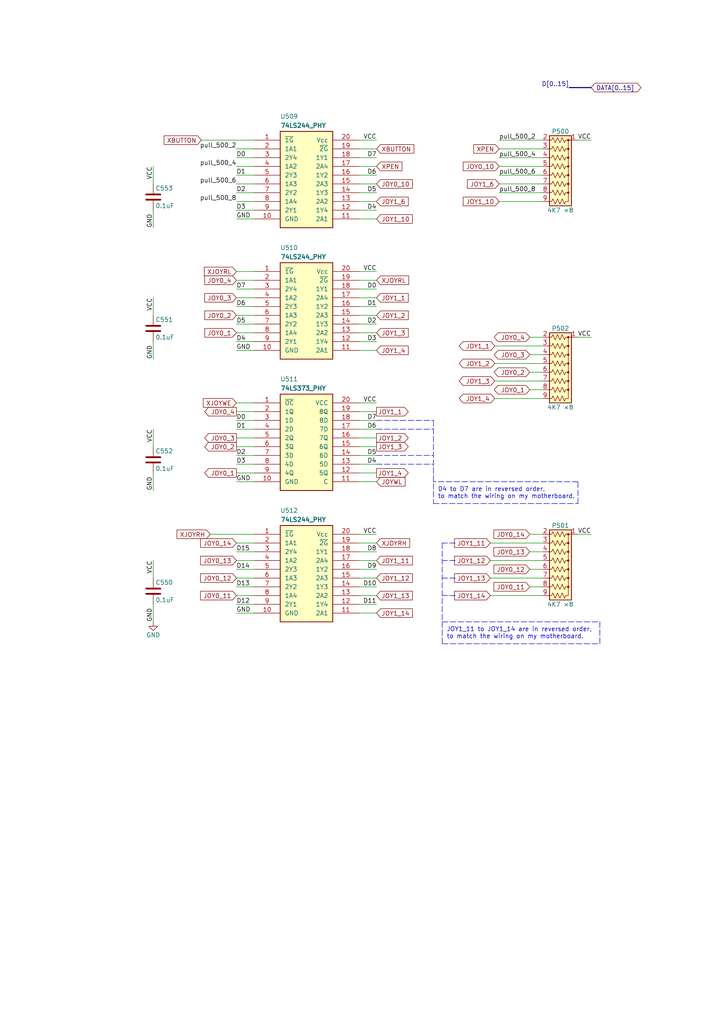
<source format=kicad_sch>
(kicad_sch (version 20230121) (generator eeschema)
  (paper "A4" portrait)
  (title_block (title "Converted schematics of Atari STE") (date "2021-08-31") (rev "1.0.0") (comment 1 "Reference : C300780-001"))
  (lib_symbols
    (symbol "74x244:74LS244_PHY" (pin_names (offset 1.27))
      (property "Reference" "U" (at 0 0 0))
      (property "Value" "74LS244_PHY" (at 0 0 0))
      (symbol "74LS244_PHY_0_0"
        (rectangle (start -7.62 13.97) (end 7.62 -13.97) (stroke (width 0.254)) (fill (type background)))
        (pin input line (at -15.24 11.43 0) (length 7.62) (name "~{1G}") (number "1"))
        (pin power_in line (at -15.24 -11.43 0) (length 7.62) (name "GND") (number "10"))
        (pin input line (at 15.24 -11.43 180) (length 7.62) (name "2A1") (number "11"))
        (pin tri_state line (at 15.24 -8.89 180) (length 7.62) (name "1Y4") (number "12"))
        (pin input line (at 15.24 -6.35 180) (length 7.62) (name "2A2") (number "13"))
        (pin tri_state line (at 15.24 -3.81 180) (length 7.62) (name "1Y3") (number "14"))
        (pin input line (at 15.24 -1.27 180) (length 7.62) (name "2A3") (number "15"))
        (pin tri_state line (at 15.24 1.27 180) (length 7.62) (name "1Y2") (number "16"))
        (pin input line (at 15.24 3.81 180) (length 7.62) (name "2A4") (number "17"))
        (pin tri_state line (at 15.24 6.35 180) (length 7.62) (name "1Y1") (number "18"))
        (pin input line (at 15.24 8.89 180) (length 7.62) (name "~{2G}") (number "19"))
        (pin input line (at -15.24 8.89 0) (length 7.62) (name "1A1") (number "2"))
        (pin power_in line (at 15.24 11.43 180) (length 7.62) (name "Vcc") (number "20"))
        (pin tri_state line (at -15.24 6.35 0) (length 7.62) (name "2Y4") (number "3"))
        (pin input line (at -15.24 3.81 0) (length 7.62) (name "1A2") (number "4"))
        (pin tri_state line (at -15.24 1.27 0) (length 7.62) (name "2Y3") (number "5"))
        (pin input line (at -15.24 -1.27 0) (length 7.62) (name "1A3") (number "6"))
        (pin tri_state line (at -15.24 -3.81 0) (length 7.62) (name "2Y2") (number "7"))
        (pin input line (at -15.24 -6.35 0) (length 7.62) (name "1A4") (number "8"))
        (pin tri_state line (at -15.24 -8.89 0) (length 7.62) (name "2Y1") (number "9"))
      )
    )
    (symbol "74x373:74LS373_PHY" (pin_names (offset 1.27))
      (property "Reference" "U" (at 0 0 0))
      (property "Value" "74LS373_PHY" (at 0 0 0))
      (symbol "74LS373_PHY_0_0"
        (rectangle (start -7.62 13.97) (end 7.62 -13.97) (stroke (width 0.254)) (fill (type background)))
        (pin input line (at -15.24 11.43 0) (length 7.62) (name "~{OC}") (number "1"))
        (pin power_in line (at -15.24 -11.43 0) (length 7.62) (name "GND") (number "10"))
        (pin input line (at 15.24 -11.43 180) (length 7.62) (name "C") (number "11"))
        (pin output line (at 15.24 -8.89 180) (length 7.62) (name "5Q") (number "12"))
        (pin input line (at 15.24 -6.35 180) (length 7.62) (name "5D") (number "13"))
        (pin input line (at 15.24 -3.81 180) (length 7.62) (name "6D") (number "14"))
        (pin output line (at 15.24 -1.27 180) (length 7.62) (name "6Q") (number "15"))
        (pin output line (at 15.24 1.27 180) (length 7.62) (name "7Q") (number "16"))
        (pin input line (at 15.24 3.81 180) (length 7.62) (name "7D") (number "17"))
        (pin input line (at 15.24 6.35 180) (length 7.62) (name "8D") (number "18"))
        (pin output line (at 15.24 8.89 180) (length 7.62) (name "8Q") (number "19"))
        (pin output line (at -15.24 8.89 0) (length 7.62) (name "1Q") (number "2"))
        (pin power_in line (at 15.24 11.43 180) (length 7.62) (name "VCC") (number "20"))
        (pin input line (at -15.24 6.35 0) (length 7.62) (name "1D") (number "3"))
        (pin input line (at -15.24 3.81 0) (length 7.62) (name "2D") (number "4"))
        (pin output line (at -15.24 1.27 0) (length 7.62) (name "2Q") (number "5"))
        (pin output line (at -15.24 -1.27 0) (length 7.62) (name "3Q") (number "6"))
        (pin input line (at -15.24 -3.81 0) (length 7.62) (name "3D") (number "7"))
        (pin input line (at -15.24 -6.35 0) (length 7.62) (name "4D") (number "8"))
        (pin output line (at -15.24 -8.89 0) (length 7.62) (name "4Q") (number "9"))
      )
    )
    (symbol "Device:C" (pin_numbers hide) (pin_names (offset 0.254))
      (property "Reference" "C" (at 0.635 2.54 0))
      (property "Value" "C" (at 0.635 -2.54 0))
      (symbol "C_0_1"
        (polyline (pts (xy -2.032 -0.762) (xy 2.032 -0.762)) (stroke (width 0.508)))
        (polyline (pts (xy -2.032 0.762) (xy 2.032 0.762)) (stroke (width 0.508)))
      )
      (symbol "C_1_1"
        (pin passive line (at 0 3.81 270) (length 2.794) (name "~") (number "1"))
        (pin passive line (at 0 -3.81 90) (length 2.794) (name "~") (number "2"))
      )
    )
    (symbol "Device:R_Network08_US" (pin_names (offset 0) hide)
      (property "Reference" "RN" (at -12.7 0 90))
      (property "Value" "R_Network08_US" (at 10.16 0 90))
      (symbol "R_Network08_US_0_1"
        (rectangle (start -11.43 -3.175) (end 8.89 3.175) (stroke (width 0.254)) (fill (type background)))
        (circle (center -10.16 2.286) (radius 0.254) (fill (type outline)))
        (circle (center -7.62 2.286) (radius 0.254) (fill (type outline)))
        (circle (center -5.08 2.286) (radius 0.254) (fill (type outline)))
        (circle (center -2.54 2.286) (radius 0.254) (fill (type outline)))
        (polyline (pts (xy -10.16 2.286) (xy 7.62 2.286)))
        (polyline (pts (xy -10.16 2.286) (xy -10.16 1.524) (xy -9.398 1.1684) (xy -10.922 0.508) (xy -9.398 -0.1524) (xy -10.922 -0.8382) (xy -9.398 -1.524) (xy -10.922 -2.1844) (xy -10.16 -2.54) (xy -10.16 -3.81)))
        (polyline (pts (xy -7.62 2.286) (xy -7.62 1.524) (xy -6.858 1.1684) (xy -8.382 0.508) (xy -6.858 -0.1524) (xy -8.382 -0.8382) (xy -6.858 -1.524) (xy -8.382 -2.1844) (xy -7.62 -2.54) (xy -7.62 -3.81)))
        (polyline (pts (xy -5.08 2.286) (xy -5.08 1.524) (xy -4.318 1.1684) (xy -5.842 0.508) (xy -4.318 -0.1524) (xy -5.842 -0.8382) (xy -4.318 -1.524) (xy -5.842 -2.1844) (xy -5.08 -2.54) (xy -5.08 -3.81)))
        (polyline (pts (xy -2.54 2.286) (xy -2.54 1.524) (xy -1.778 1.1684) (xy -3.302 0.508) (xy -1.778 -0.1524) (xy -3.302 -0.8382) (xy -1.778 -1.524) (xy -3.302 -2.1844) (xy -2.54 -2.54) (xy -2.54 -3.81)))
        (polyline (pts (xy 0 2.286) (xy 0 1.524) (xy 0.762 1.1684) (xy -0.762 0.508) (xy 0.762 -0.1524) (xy -0.762 -0.8382) (xy 0.762 -1.524) (xy -0.762 -2.1844) (xy 0 -2.54) (xy 0 -3.81)))
        (polyline (pts (xy 2.54 2.286) (xy 2.54 1.524) (xy 3.302 1.1684) (xy 1.778 0.508) (xy 3.302 -0.1524) (xy 1.778 -0.8382) (xy 3.302 -1.524) (xy 1.778 -2.1844) (xy 2.54 -2.54) (xy 2.54 -3.81)))
        (polyline (pts (xy 5.08 2.286) (xy 5.08 1.524) (xy 5.842 1.1684) (xy 4.318 0.508) (xy 5.842 -0.1524) (xy 4.318 -0.8382) (xy 5.842 -1.524) (xy 4.318 -2.1844) (xy 5.08 -2.54) (xy 5.08 -3.81)))
        (polyline (pts (xy 7.62 2.286) (xy 7.62 1.524) (xy 8.382 1.1684) (xy 6.858 0.508) (xy 8.382 -0.1524) (xy 6.858 -0.8382) (xy 8.382 -1.524) (xy 6.858 -2.1844) (xy 7.62 -2.54) (xy 7.62 -3.81)))
        (circle (center 0 2.286) (radius 0.254) (fill (type outline)))
        (circle (center 2.54 2.286) (radius 0.254) (fill (type outline)))
        (circle (center 5.08 2.286) (radius 0.254) (fill (type outline)))
      )
      (symbol "R_Network08_US_1_1"
        (pin passive line (at -10.16 5.08 270) (length 2.54) (name "common") (number "1"))
        (pin passive line (at -10.16 -5.08 90) (length 1.27) (name "R1") (number "2"))
        (pin passive line (at -7.62 -5.08 90) (length 1.27) (name "R2") (number "3"))
        (pin passive line (at -5.08 -5.08 90) (length 1.27) (name "R3") (number "4"))
        (pin passive line (at -2.54 -5.08 90) (length 1.27) (name "R4") (number "5"))
        (pin passive line (at 0 -5.08 90) (length 1.27) (name "R5") (number "6"))
        (pin passive line (at 2.54 -5.08 90) (length 1.27) (name "R6") (number "7"))
        (pin passive line (at 5.08 -5.08 90) (length 1.27) (name "R7") (number "8"))
        (pin passive line (at 7.62 -5.08 90) (length 1.27) (name "R8") (number "9"))
      )
    )
    (symbol "power:GND" (power) (pin_names (offset 0))
      (property "Value" "GND" (at 0 -3.81 0))
      (symbol "GND_0_1"
        (polyline (pts (xy 0 0) (xy 0 -1.27) (xy 1.27 -1.27) (xy 0 -2.54) (xy -1.27 -1.27) (xy 0 -1.27)))
      )
      (symbol "GND_1_1"
        (pin power_in line (at 0 0 270) (length 0) hide (name "GND") (number "1"))
      )
    )
  )
  (wire (pts (xy 104.14 45.72) (xy 109.22 45.72)))
  (wire (pts (xy 109.22 157.48) (xy 104.14 157.48)))
  (wire (pts (xy 68.58 55.88) (xy 73.66 55.88)))
  (wire (pts (xy 153.67 102.87) (xy 157.48 102.87)))
  (wire (pts (xy 104.14 129.54) (xy 109.22 129.54)))
  (polyline (pts (xy 132.08 162.56) (xy 128.27 162.56)) (stroke (width 0) (type dash)))
  (wire (pts (xy 68.58 172.72) (xy 73.66 172.72)))
  (wire (pts (xy 104.14 63.5) (xy 109.22 63.5)))
  (wire (pts (xy 104.14 101.6) (xy 109.22 101.6)))
  (wire (pts (xy 104.14 116.84) (xy 109.22 116.84)))
  (wire (pts (xy 68.58 137.16) (xy 73.66 137.16)))
  (wire (pts (xy 104.14 121.92) (xy 109.22 121.92)))
  (wire (pts (xy 44.45 99.06) (xy 44.45 104.14)))
  (wire (pts (xy 68.58 175.26) (xy 73.66 175.26)))
  (wire (pts (xy 68.58 48.26) (xy 73.66 48.26)))
  (wire (pts (xy 68.58 165.1) (xy 73.66 165.1)))
  (polyline (pts (xy 125.73 146.05) (xy 167.64 146.05)) (stroke (width 0) (type dash)))
  (wire (pts (xy 44.45 48.26) (xy 44.45 53.34)))
  (wire (pts (xy 68.58 170.18) (xy 73.66 170.18)))
  (wire (pts (xy 167.64 40.64) (xy 171.45 40.64)))
  (wire (pts (xy 68.58 132.08) (xy 73.66 132.08)))
  (wire (pts (xy 153.67 160.02) (xy 157.48 160.02)))
  (wire (pts (xy 144.78 50.8) (xy 157.48 50.8)))
  (wire (pts (xy 68.58 124.46) (xy 73.66 124.46)))
  (wire (pts (xy 44.45 175.26) (xy 44.45 180.34)))
  (wire (pts (xy 58.42 40.64) (xy 73.66 40.64)))
  (wire (pts (xy 60.96 154.94) (xy 73.66 154.94)))
  (polyline (pts (xy 167.64 146.05) (xy 167.64 139.7)) (stroke (width 0) (type dash)))
  (wire (pts (xy 109.22 165.1) (xy 104.14 165.1)))
  (wire (pts (xy 68.58 58.42) (xy 73.66 58.42)))
  (wire (pts (xy 144.78 55.88) (xy 157.48 55.88)))
  (wire (pts (xy 142.24 162.56) (xy 157.48 162.56)))
  (wire (pts (xy 153.67 170.18) (xy 157.48 170.18)))
  (polyline (pts (xy 132.08 167.64) (xy 128.27 167.64)) (stroke (width 0) (type dash)))
  (wire (pts (xy 144.78 45.72) (xy 157.48 45.72)))
  (wire (pts (xy 104.14 48.26) (xy 109.22 48.26)))
  (wire (pts (xy 68.58 134.62) (xy 73.66 134.62)))
  (wire (pts (xy 109.22 162.56) (xy 104.14 162.56)))
  (polyline (pts (xy 109.22 134.62) (xy 125.73 134.62)) (stroke (width 0) (type dash)))
  (wire (pts (xy 68.58 127) (xy 73.66 127)))
  (wire (pts (xy 144.78 53.34) (xy 157.48 53.34)))
  (wire (pts (xy 44.45 86.36) (xy 44.45 91.44)))
  (wire (pts (xy 144.78 40.64) (xy 157.48 40.64)))
  (wire (pts (xy 142.24 167.64) (xy 157.48 167.64)))
  (wire (pts (xy 104.14 58.42) (xy 109.22 58.42)))
  (wire (pts (xy 104.14 91.44) (xy 109.22 91.44)))
  (wire (pts (xy 104.14 99.06) (xy 109.22 99.06)))
  (wire (pts (xy 68.58 121.92) (xy 73.66 121.92)))
  (wire (pts (xy 104.14 132.08) (xy 109.22 132.08)))
  (wire (pts (xy 68.58 63.5) (xy 73.66 63.5)))
  (wire (pts (xy 68.58 101.6) (xy 73.66 101.6)))
  (wire (pts (xy 104.14 86.36) (xy 109.22 86.36)))
  (wire (pts (xy 104.14 55.88) (xy 109.22 55.88)))
  (wire (pts (xy 109.22 170.18) (xy 104.14 170.18)))
  (polyline (pts (xy 167.64 139.7) (xy 125.73 139.7)) (stroke (width 0) (type dash)))
  (polyline (pts (xy 125.73 121.92) (xy 125.73 146.05)) (stroke (width 0) (type dash)))
  (wire (pts (xy 68.58 119.38) (xy 73.66 119.38)))
  (wire (pts (xy 68.58 162.56) (xy 73.66 162.56)))
  (wire (pts (xy 104.14 53.34) (xy 109.22 53.34)))
  (wire (pts (xy 68.58 129.54) (xy 73.66 129.54)))
  (wire (pts (xy 109.22 172.72) (xy 104.14 172.72)))
  (wire (pts (xy 104.14 134.62) (xy 109.22 134.62)))
  (wire (pts (xy 104.14 137.16) (xy 109.22 137.16)))
  (wire (pts (xy 144.78 58.42) (xy 157.48 58.42)))
  (wire (pts (xy 68.58 45.72) (xy 73.66 45.72)))
  (wire (pts (xy 153.67 165.1) (xy 157.48 165.1)))
  (polyline (pts (xy 132.08 172.72) (xy 128.27 172.72)) (stroke (width 0) (type dash)))
  (wire (pts (xy 68.58 88.9) (xy 73.66 88.9)))
  (wire (pts (xy 68.58 53.34) (xy 73.66 53.34)))
  (bus (pts (xy 165.1 25.4) (xy 171.45 25.4)))
  (wire (pts (xy 104.14 124.46) (xy 109.22 124.46)))
  (polyline (pts (xy 128.27 186.69) (xy 173.99 186.69)) (stroke (width 0) (type dash)))
  (wire (pts (xy 68.58 81.28) (xy 73.66 81.28)))
  (wire (pts (xy 104.14 78.74) (xy 109.22 78.74)))
  (polyline (pts (xy 109.22 121.92) (xy 125.73 121.92)) (stroke (width 0) (type dash)))
  (wire (pts (xy 109.22 175.26) (xy 104.14 175.26)))
  (wire (pts (xy 68.58 91.44) (xy 73.66 91.44)))
  (wire (pts (xy 104.14 60.96) (xy 109.22 60.96)))
  (wire (pts (xy 68.58 160.02) (xy 73.66 160.02)))
  (wire (pts (xy 44.45 162.56) (xy 44.45 167.64)))
  (wire (pts (xy 142.24 172.72) (xy 157.48 172.72)))
  (wire (pts (xy 104.14 93.98) (xy 109.22 93.98)))
  (wire (pts (xy 153.67 154.94) (xy 157.48 154.94)))
  (wire (pts (xy 142.24 157.48) (xy 157.48 157.48)))
  (wire (pts (xy 44.45 60.96) (xy 44.45 66.04)))
  (wire (pts (xy 104.14 96.52) (xy 109.22 96.52)))
  (wire (pts (xy 167.64 154.94) (xy 171.45 154.94)))
  (wire (pts (xy 167.64 97.79) (xy 171.45 97.79)))
  (wire (pts (xy 44.45 124.46) (xy 44.45 129.54)))
  (wire (pts (xy 68.58 43.18) (xy 73.66 43.18)))
  (wire (pts (xy 143.51 105.41) (xy 157.48 105.41)))
  (wire (pts (xy 104.14 127) (xy 109.22 127)))
  (wire (pts (xy 143.51 115.57) (xy 157.48 115.57)))
  (wire (pts (xy 104.14 43.18) (xy 109.22 43.18)))
  (wire (pts (xy 104.14 50.8) (xy 109.22 50.8)))
  (wire (pts (xy 68.58 157.48) (xy 73.66 157.48)))
  (wire (pts (xy 104.14 81.28) (xy 109.22 81.28)))
  (wire (pts (xy 104.14 83.82) (xy 109.22 83.82)))
  (wire (pts (xy 68.58 177.8) (xy 73.66 177.8)))
  (wire (pts (xy 104.14 40.64) (xy 109.22 40.64)))
  (wire (pts (xy 144.78 48.26) (xy 157.48 48.26)))
  (wire (pts (xy 109.22 160.02) (xy 104.14 160.02)))
  (wire (pts (xy 153.67 107.95) (xy 157.48 107.95)))
  (wire (pts (xy 143.51 100.33) (xy 157.48 100.33)))
  (polyline (pts (xy 109.22 132.08) (xy 125.73 132.08)) (stroke (width 0) (type dash)))
  (wire (pts (xy 104.14 88.9) (xy 109.22 88.9)))
  (wire (pts (xy 68.58 116.84) (xy 73.66 116.84)))
  (polyline (pts (xy 132.08 157.48) (xy 128.27 157.48)) (stroke (width 0) (type dash)))
  (wire (pts (xy 68.58 96.52) (xy 73.66 96.52)))
  (wire (pts (xy 68.58 86.36) (xy 73.66 86.36)))
  (wire (pts (xy 104.14 154.94) (xy 109.22 154.94)))
  (wire (pts (xy 68.58 93.98) (xy 73.66 93.98)))
  (wire (pts (xy 109.22 177.8) (xy 104.14 177.8)))
  (wire (pts (xy 44.45 137.16) (xy 44.45 142.24)))
  (wire (pts (xy 68.58 83.82) (xy 73.66 83.82)))
  (wire (pts (xy 109.22 167.64) (xy 104.14 167.64)))
  (wire (pts (xy 68.58 99.06) (xy 73.66 99.06)))
  (polyline (pts (xy 109.22 124.46) (xy 125.73 124.46)) (stroke (width 0) (type dash)))
  (wire (pts (xy 143.51 110.49) (xy 157.48 110.49)))
  (wire (pts (xy 68.58 167.64) (xy 73.66 167.64)))
  (wire (pts (xy 68.58 139.7) (xy 73.66 139.7)))
  (polyline (pts (xy 128.27 180.34) (xy 173.99 180.34)) (stroke (width 0) (type dash)))
  (polyline (pts (xy 173.99 180.34) (xy 173.99 186.69)) (stroke (width 0) (type dash)))
  (polyline (pts (xy 128.27 157.48) (xy 128.27 186.69)) (stroke (width 0) (type dash)))
  (wire (pts (xy 104.14 119.38) (xy 109.22 119.38)))
  (wire (pts (xy 104.14 139.7) (xy 109.22 139.7)))
  (wire (pts (xy 68.58 78.74) (xy 73.66 78.74)))
  (wire (pts (xy 153.67 97.79) (xy 157.48 97.79)))
  (wire (pts (xy 153.67 113.03) (xy 157.48 113.03)))
  (wire (pts (xy 68.58 60.96) (xy 73.66 60.96)))
  (wire (pts (xy 68.58 50.8) (xy 73.66 50.8)))
  (wire (pts (xy 144.78 43.18) (xy 157.48 43.18)))
  (text "JOY1_11 to JOY1_14 are in reversed order,\nto match the wiring on my motherboard.\n" (at 129.54 185.42 0) (effects (font (size 1.27 1.27)) (justify left bottom)))
  (text "D4 to D7 are in reversed order,\nto match the wiring on my motherboard.\n" (at 127 144.78 0) (effects (font (size 1.27 1.27)) (justify left bottom)))
  (label "VCC" (at 109.22 154.94 180))
  (label "D[0..15]" (at 165.1 25.4 180))
  (label "D5" (at 109.22 132.08 180))
  (label "D11" (at 109.22 175.26 180))
  (label "D5" (at 109.22 55.88 180))
  (label "D0" (at 68.58 121.92 0))
  (label "D10" (at 109.22 170.18 180))
  (label "D0" (at 109.22 83.82 180))
  (label "VCC" (at 44.45 162.56 270))
  (label "D3" (at 109.22 99.06 180))
  (label "D1" (at 109.22 88.9 180))
  (label "VCC" (at 44.45 86.36 270))
  (label "D3" (at 68.58 134.62 0))
  (label "VCC" (at 44.45 124.46 270))
  (label "D2" (at 109.22 93.98 180))
  (label "D1" (at 68.58 50.8 0))
  (label "D7" (at 68.58 83.82 0))
  (label "D6" (at 109.22 124.46 180))
  (label "pull_500_2" (at 144.78 40.64 0))
  (label "D6" (at 68.58 88.9 0))
  (label "D7" (at 109.22 121.92 180))
  (label "D8" (at 109.22 160.02 180))
  (label "pull_500_4" (at 144.78 45.72 0))
  (label "D2" (at 68.58 132.08 0))
  (label "D4" (at 68.58 99.06 0))
  (label "VCC" (at 109.22 116.84 180))
  (label "pull_500_6" (at 144.78 50.8 0))
  (label "D6" (at 109.22 50.8 180))
  (label "D9" (at 109.22 165.1 180))
  (label "D1" (at 68.58 124.46 0))
  (label "D13" (at 68.58 170.18 0))
  (label "VCC" (at 171.45 40.64 180))
  (label "D7" (at 109.22 45.72 180))
  (label "D2" (at 68.58 55.88 0))
  (label "pull_500_8" (at 68.58 58.42 180))
  (label "GND" (at 68.58 139.7 0))
  (label "D0" (at 68.58 45.72 0))
  (label "VCC" (at 44.45 48.26 270))
  (label "D4" (at 109.22 134.62 180))
  (label "VCC" (at 171.45 97.79 180))
  (label "GND" (at 44.45 104.14 90))
  (label "GND" (at 68.58 63.5 0))
  (label "D3" (at 68.58 60.96 0))
  (label "pull_500_2" (at 68.58 43.18 180))
  (label "D12" (at 68.58 175.26 0))
  (label "D4" (at 109.22 60.96 180))
  (label "D15" (at 68.58 160.02 0))
  (label "GND" (at 44.45 142.24 90))
  (label "GND" (at 44.45 66.04 90))
  (label "pull_500_8" (at 144.78 55.88 0))
  (label "VCC" (at 109.22 78.74 180))
  (label "VCC" (at 171.45 154.94 180))
  (label "D14" (at 68.58 165.1 0))
  (label "pull_500_6" (at 68.58 53.34 180))
  (label "pull_500_4" (at 68.58 48.26 180))
  (label "VCC" (at 109.22 40.64 180))
  (label "D5" (at 68.58 93.98 0))
  (label "GND" (at 68.58 177.8 0))
  (label "GND" (at 68.58 101.6 0))
  (label "GND" (at 44.45 180.34 90))
  (global_label "JOY1_1" (shape input) (at 109.22 86.36 0) (property "Intersheetrefs" "${INTERSHEET_REFS}" (effects hide)))
  (global_label "XJOYWE" (shape input) (at 68.58 116.84 180) (property "Intersheetrefs" "${INTERSHEET_REFS}" (effects hide)))
  (global_label "XJOYRH" (shape input) (at 109.22 157.48 0) (property "Intersheetrefs" "${INTERSHEET_REFS}" (effects hide)))
  (global_label "JOY1_13" (shape input) (at 142.24 167.64 180) (property "Intersheetrefs" "${INTERSHEET_REFS}" (effects hide)))
  (global_label "JOY1_1" (shape bidirectional) (at 143.51 100.33 180) (property "Intersheetrefs" "${INTERSHEET_REFS}" (effects hide)))
  (global_label "JOY0_13" (shape input) (at 153.67 160.02 180) (property "Intersheetrefs" "${INTERSHEET_REFS}" (effects hide)))
  (global_label "JOY0_11" (shape input) (at 153.67 170.18 180) (property "Intersheetrefs" "${INTERSHEET_REFS}" (effects hide)))
  (global_label "XJOYRL" (shape input) (at 68.58 78.74 180) (property "Intersheetrefs" "${INTERSHEET_REFS}" (effects hide)))
  (global_label "JOY0_3" (shape output) (at 68.58 127 180) (property "Intersheetrefs" "${INTERSHEET_REFS}" (effects hide)))
  (global_label "JOY1_2" (shape bidirectional) (at 143.51 105.41 180) (property "Intersheetrefs" "${INTERSHEET_REFS}" (effects hide)))
  (global_label "JOY0_1" (shape input) (at 68.58 96.52 180) (property "Intersheetrefs" "${INTERSHEET_REFS}" (effects hide)))
  (global_label "JOY0_1" (shape bidirectional) (at 153.67 113.03 180) (property "Intersheetrefs" "${INTERSHEET_REFS}" (effects hide)))
  (global_label "JOY0_10" (shape input) (at 144.78 48.26 180) (property "Intersheetrefs" "${INTERSHEET_REFS}" (effects hide)))
  (global_label "JOY1_2" (shape output) (at 109.22 127 0) (property "Intersheetrefs" "${INTERSHEET_REFS}" (effects hide)))
  (global_label "JOY1_4" (shape output) (at 109.22 137.16 0) (property "Intersheetrefs" "${INTERSHEET_REFS}" (effects hide)))
  (global_label "JOY1_1" (shape output) (at 109.22 119.38 0) (property "Intersheetrefs" "${INTERSHEET_REFS}" (effects hide)))
  (global_label "JOY0_1" (shape output) (at 68.58 137.16 180) (property "Intersheetrefs" "${INTERSHEET_REFS}" (effects hide)))
  (global_label "JOY1_14" (shape input) (at 142.24 172.72 180) (property "Intersheetrefs" "${INTERSHEET_REFS}" (effects hide)))
  (global_label "XPEN" (shape input) (at 144.78 43.18 180) (property "Intersheetrefs" "${INTERSHEET_REFS}" (effects hide)))
  (global_label "JOY1_2" (shape input) (at 109.22 91.44 0) (property "Intersheetrefs" "${INTERSHEET_REFS}" (effects hide)))
  (global_label "JOY0_2" (shape bidirectional) (at 153.67 107.95 180) (property "Intersheetrefs" "${INTERSHEET_REFS}" (effects hide)))
  (global_label "JOY1_10" (shape input) (at 109.22 63.5 0) (property "Intersheetrefs" "${INTERSHEET_REFS}" (effects hide)))
  (global_label "JOY0_3" (shape bidirectional) (at 153.67 102.87 180) (property "Intersheetrefs" "${INTERSHEET_REFS}" (effects hide)))
  (global_label "JOY1_4" (shape bidirectional) (at 143.51 115.57 180) (property "Intersheetrefs" "${INTERSHEET_REFS}" (effects hide)))
  (global_label "JOY0_13" (shape input) (at 68.58 162.56 180) (property "Intersheetrefs" "${INTERSHEET_REFS}" (effects hide)))
  (global_label "JOY0_4" (shape bidirectional) (at 153.67 97.79 180) (property "Intersheetrefs" "${INTERSHEET_REFS}" (effects hide)))
  (global_label "JOY1_12" (shape input) (at 142.24 162.56 180) (property "Intersheetrefs" "${INTERSHEET_REFS}" (effects hide)))
  (global_label "JOY0_14" (shape input) (at 68.58 157.48 180) (property "Intersheetrefs" "${INTERSHEET_REFS}" (effects hide)))
  (global_label "JOY1_6" (shape input) (at 144.78 53.34 180) (property "Intersheetrefs" "${INTERSHEET_REFS}" (effects hide)))
  (global_label "JOY1_11" (shape input) (at 142.24 157.48 180) (property "Intersheetrefs" "${INTERSHEET_REFS}" (effects hide)))
  (global_label "JOY0_4" (shape input) (at 68.58 81.28 180) (property "Intersheetrefs" "${INTERSHEET_REFS}" (effects hide)))
  (global_label "JOY0_12" (shape input) (at 68.58 167.64 180) (property "Intersheetrefs" "${INTERSHEET_REFS}" (effects hide)))
  (global_label "XJOYRH" (shape input) (at 60.96 154.94 180) (property "Intersheetrefs" "${INTERSHEET_REFS}" (effects hide)))
  (global_label "JOY1_3" (shape output) (at 109.22 129.54 0) (property "Intersheetrefs" "${INTERSHEET_REFS}" (effects hide)))
  (global_label "JOY0_2" (shape output) (at 68.58 129.54 180) (property "Intersheetrefs" "${INTERSHEET_REFS}" (effects hide)))
  (global_label "JOY0_14" (shape input) (at 153.67 154.94 180) (property "Intersheetrefs" "${INTERSHEET_REFS}" (effects hide)))
  (global_label "JOY0_3" (shape input) (at 68.58 86.36 180) (property "Intersheetrefs" "${INTERSHEET_REFS}" (effects hide)))
  (global_label "JOY0_4" (shape output) (at 68.58 119.38 180) (property "Intersheetrefs" "${INTERSHEET_REFS}" (effects hide)))
  (global_label "JOY1_13" (shape input) (at 109.22 172.72 0) (property "Intersheetrefs" "${INTERSHEET_REFS}" (effects hide)))
  (global_label "JOY1_6" (shape input) (at 109.22 58.42 0) (property "Intersheetrefs" "${INTERSHEET_REFS}" (effects hide)))
  (global_label "XJOYRL" (shape input) (at 109.22 81.28 0) (property "Intersheetrefs" "${INTERSHEET_REFS}" (effects hide)))
  (global_label "JOYWL" (shape input) (at 109.22 139.7 0) (property "Intersheetrefs" "${INTERSHEET_REFS}" (effects hide)))
  (global_label "XBUTTON" (shape input) (at 58.42 40.64 180) (property "Intersheetrefs" "${INTERSHEET_REFS}" (effects hide)))
  (global_label "JOY1_14" (shape input) (at 109.22 177.8 0) (property "Intersheetrefs" "${INTERSHEET_REFS}" (effects hide)))
  (global_label "XBUTTON" (shape input) (at 109.22 43.18 0) (property "Intersheetrefs" "${INTERSHEET_REFS}" (effects hide)))
  (global_label "JOY0_10" (shape input) (at 109.22 53.34 0) (property "Intersheetrefs" "${INTERSHEET_REFS}" (effects hide)))
  (global_label "JOY1_4" (shape input) (at 109.22 101.6 0) (property "Intersheetrefs" "${INTERSHEET_REFS}" (effects hide)))
  (global_label "JOY0_2" (shape input) (at 68.58 91.44 180) (property "Intersheetrefs" "${INTERSHEET_REFS}" (effects hide)))
  (global_label "JOY1_3" (shape input) (at 109.22 96.52 0) (property "Intersheetrefs" "${INTERSHEET_REFS}" (effects hide)))
  (global_label "DATA[0..15]" (shape bidirectional) (at 171.45 25.4 0) (property "Intersheetrefs" "${INTERSHEET_REFS}" (effects hide)))
  (global_label "JOY1_11" (shape input) (at 109.22 162.56 0) (property "Intersheetrefs" "${INTERSHEET_REFS}" (effects hide)))
  (global_label "XPEN" (shape input) (at 109.22 48.26 0) (property "Intersheetrefs" "${INTERSHEET_REFS}" (effects hide)))
  (global_label "JOY0_11" (shape input) (at 68.58 172.72 180) (property "Intersheetrefs" "${INTERSHEET_REFS}" (effects hide)))
  (global_label "JOY1_12" (shape input) (at 109.22 167.64 0) (property "Intersheetrefs" "${INTERSHEET_REFS}" (effects hide)))
  (global_label "JOY1_10" (shape input) (at 144.78 58.42 180) (property "Intersheetrefs" "${INTERSHEET_REFS}" (effects hide)))
  (global_label "JOY1_3" (shape bidirectional) (at 143.51 110.49 180) (property "Intersheetrefs" "${INTERSHEET_REFS}" (effects hide)))
  (global_label "JOY0_12" (shape input) (at 153.67 165.1 180) (property "Intersheetrefs" "${INTERSHEET_REFS}" (effects hide)))
  (symbol (lib_id "74x244:74LS244_PHY") (at 88.9 52.07 0) (unit 1)
    (property "Reference" "U509" (at 81.28 33.02 0) (effects (justify left top)))
    (property "Value" "74LS244_PHY" (at 81.28 35.56 0) (effects (font bold) (justify left top)))
    (property "Footprint" "Package_DIP:DIP-20_W7.62mm_LongPads" (effects hide))
  )
  (symbol (lib_id "74x244:74LS244_PHY") (at 88.9 90.17 0) (unit 1)
    (property "Reference" "U510" (at 81.28 71.12 0) (effects (justify left top)))
    (property "Value" "74LS244_PHY" (at 81.28 73.66 0) (effects (font bold) (justify left top)))
    (property "Footprint" "Package_DIP:DIP-20_W7.62mm_LongPads" (effects hide))
  )
  (symbol (lib_id "74x244:74LS244_PHY") (at 88.9 166.37 0) (unit 1)
    (property "Reference" "U512" (at 81.28 147.32 0) (effects (justify left top)))
    (property "Value" "74LS244_PHY" (at 81.28 149.86 0) (effects (font bold) (justify left top)))
    (property "Footprint" "Package_DIP:DIP-20_W7.62mm_LongPads" (effects hide))
  )
  (symbol (lib_id "74x373:74LS373_PHY") (at 88.9 128.27 0) (unit 1)
    (property "Reference" "U511" (at 81.28 109.22 0) (effects (justify left top)))
    (property "Value" "74LS373_PHY" (at 81.28 111.76 0) (effects (font bold) (justify left top)))
    (property "Footprint" "Package_DIP:DIP-20_W7.62mm_LongPads" (effects hide))
  )
  (symbol (lib_id "Device:R_Network08_US") (at 162.56 107.95 270) (unit 1)
    (property "Reference" "P502" (at 162.56 95.25 90))
    (property "Value" "4K7 ×8" (at 162.56 118.11 90))
    (property "Footprint" "Resistor_THT:R_Array_SIP9" (effects hide))
    (property "Datasheet" "http://www.vishay.com/docs/31509/csc.pdf" (effects hide))
  )
  (symbol (lib_id "Device:R_Network08_US") (at 162.56 50.8 270) (unit 1)
    (property "Reference" "P500" (at 162.56 38.1 90))
    (property "Value" "4K7 ×8" (at 162.56 60.96 90))
    (property "Footprint" "Resistor_THT:R_Array_SIP9" (effects hide))
    (property "Datasheet" "http://www.vishay.com/docs/31509/csc.pdf" (effects hide))
  )
  (symbol (lib_id "Device:R_Network08_US") (at 162.56 165.1 270) (unit 1)
    (property "Reference" "P501" (at 162.56 152.4 90))
    (property "Value" "4K7 ×8" (at 162.56 175.26 90))
    (property "Footprint" "Resistor_THT:R_Array_SIP9" (effects hide))
    (property "Datasheet" "http://www.vishay.com/docs/31509/csc.pdf" (effects hide))
  )
  (symbol (lib_id "Device:C") (at 44.45 57.15 0) (unit 1)
    (property "Reference" "C553" (at 45.085 54.61 0) (effects (justify left)))
    (property "Value" "0.1uF" (at 45.085 59.69 0) (effects (justify left)))
    (property "Footprint" "commons_passives_THT:Passive_THT_capacitor_mlcc_W2.54mm_L7.62mm" (effects hide))
  )
  (symbol (lib_id "Device:C") (at 44.45 95.25 0) (unit 1)
    (property "Reference" "C551" (at 45.085 92.71 0) (effects (justify left)))
    (property "Value" "0.1uF" (at 45.085 97.79 0) (effects (justify left)))
    (property "Footprint" "commons_passives_THT:Passive_THT_capacitor_mlcc_W2.54mm_L7.62mm" (effects hide))
  )
  (symbol (lib_id "Device:C") (at 44.45 133.35 0) (unit 1)
    (property "Reference" "C552" (at 45.085 130.81 0) (effects (justify left)))
    (property "Value" "0.1uF" (at 45.085 135.89 0) (effects (justify left)))
    (property "Footprint" "commons_passives_THT:Passive_THT_capacitor_mlcc_W2.54mm_L7.62mm" (effects hide))
  )
  (symbol (lib_id "Device:C") (at 44.45 171.45 0) (unit 1)
    (property "Reference" "C550" (at 45.085 168.91 0) (effects (justify left)))
    (property "Value" "0.1uF" (at 45.085 173.99 0) (effects (justify left)))
    (property "Footprint" "commons_passives_THT:Passive_THT_capacitor_mlcc_W2.54mm_L7.62mm" (effects hide))
  )
  (symbol (lib_id "power:GND") (at 44.45 180.34 0) (unit 1)
    (property "Reference" "#PWR018" (effects hide))
    (property "Value" "GND" (at 44.45 184.15 0))
  )
)
</source>
